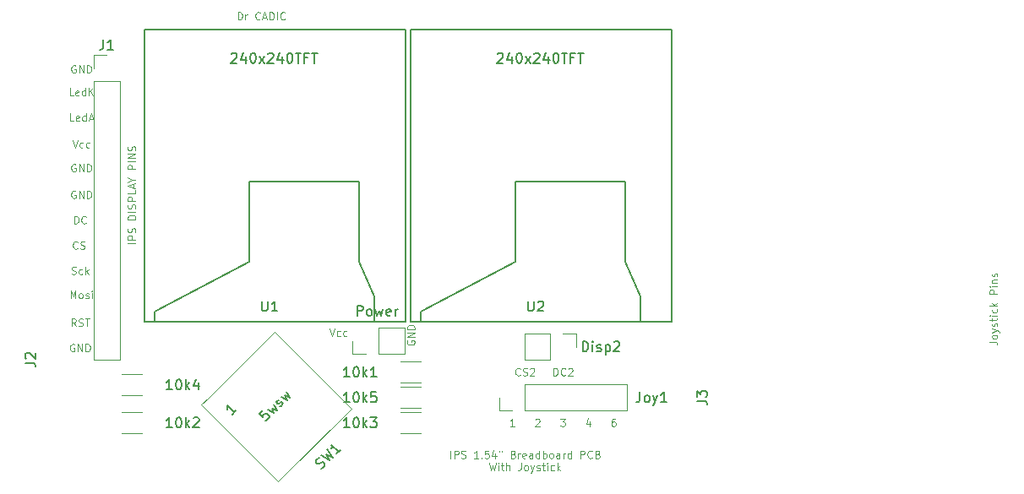
<source format=gbr>
G04 #@! TF.FileFunction,Legend,Top*
%FSLAX46Y46*%
G04 Gerber Fmt 4.6, Leading zero omitted, Abs format (unit mm)*
G04 Created by KiCad (PCBNEW 4.0.7) date 04/18/19 14:14:10*
%MOMM*%
%LPD*%
G01*
G04 APERTURE LIST*
%ADD10C,0.100000*%
%ADD11C,0.120000*%
%ADD12C,0.150000*%
G04 APERTURE END LIST*
D10*
X156997857Y-138697857D02*
X156962143Y-138733571D01*
X156855000Y-138769286D01*
X156783571Y-138769286D01*
X156676428Y-138733571D01*
X156605000Y-138662143D01*
X156569285Y-138590714D01*
X156533571Y-138447857D01*
X156533571Y-138340714D01*
X156569285Y-138197857D01*
X156605000Y-138126429D01*
X156676428Y-138055000D01*
X156783571Y-138019286D01*
X156855000Y-138019286D01*
X156962143Y-138055000D01*
X156997857Y-138090714D01*
X157283571Y-138733571D02*
X157390714Y-138769286D01*
X157569285Y-138769286D01*
X157640714Y-138733571D01*
X157676428Y-138697857D01*
X157712143Y-138626429D01*
X157712143Y-138555000D01*
X157676428Y-138483571D01*
X157640714Y-138447857D01*
X157569285Y-138412143D01*
X157426428Y-138376429D01*
X157355000Y-138340714D01*
X157319285Y-138305000D01*
X157283571Y-138233571D01*
X157283571Y-138162143D01*
X157319285Y-138090714D01*
X157355000Y-138055000D01*
X157426428Y-138019286D01*
X157605000Y-138019286D01*
X157712143Y-138055000D01*
X157997857Y-138090714D02*
X158033571Y-138055000D01*
X158105000Y-138019286D01*
X158283571Y-138019286D01*
X158355000Y-138055000D01*
X158390714Y-138090714D01*
X158426429Y-138162143D01*
X158426429Y-138233571D01*
X158390714Y-138340714D01*
X157962143Y-138769286D01*
X158426429Y-138769286D01*
X160361428Y-138769286D02*
X160361428Y-138019286D01*
X160540000Y-138019286D01*
X160647143Y-138055000D01*
X160718571Y-138126429D01*
X160754286Y-138197857D01*
X160790000Y-138340714D01*
X160790000Y-138447857D01*
X160754286Y-138590714D01*
X160718571Y-138662143D01*
X160647143Y-138733571D01*
X160540000Y-138769286D01*
X160361428Y-138769286D01*
X161540000Y-138697857D02*
X161504286Y-138733571D01*
X161397143Y-138769286D01*
X161325714Y-138769286D01*
X161218571Y-138733571D01*
X161147143Y-138662143D01*
X161111428Y-138590714D01*
X161075714Y-138447857D01*
X161075714Y-138340714D01*
X161111428Y-138197857D01*
X161147143Y-138126429D01*
X161218571Y-138055000D01*
X161325714Y-138019286D01*
X161397143Y-138019286D01*
X161504286Y-138055000D01*
X161540000Y-138090714D01*
X161825714Y-138090714D02*
X161861428Y-138055000D01*
X161932857Y-138019286D01*
X162111428Y-138019286D01*
X162182857Y-138055000D01*
X162218571Y-138090714D01*
X162254286Y-138162143D01*
X162254286Y-138233571D01*
X162218571Y-138340714D01*
X161790000Y-138769286D01*
X162254286Y-138769286D01*
X145725800Y-135267628D02*
X145690086Y-135339057D01*
X145690086Y-135446200D01*
X145725800Y-135553343D01*
X145797229Y-135624771D01*
X145868657Y-135660486D01*
X146011514Y-135696200D01*
X146118657Y-135696200D01*
X146261514Y-135660486D01*
X146332943Y-135624771D01*
X146404371Y-135553343D01*
X146440086Y-135446200D01*
X146440086Y-135374771D01*
X146404371Y-135267628D01*
X146368657Y-135231914D01*
X146118657Y-135231914D01*
X146118657Y-135374771D01*
X146440086Y-134910486D02*
X145690086Y-134910486D01*
X146440086Y-134481914D01*
X145690086Y-134481914D01*
X146440086Y-134124772D02*
X145690086Y-134124772D01*
X145690086Y-133946200D01*
X145725800Y-133839057D01*
X145797229Y-133767629D01*
X145868657Y-133731914D01*
X146011514Y-133696200D01*
X146118657Y-133696200D01*
X146261514Y-133731914D01*
X146332943Y-133767629D01*
X146404371Y-133839057D01*
X146440086Y-133946200D01*
X146440086Y-134124772D01*
X137918144Y-134056886D02*
X138168144Y-134806886D01*
X138418144Y-134056886D01*
X138989572Y-134771171D02*
X138918143Y-134806886D01*
X138775286Y-134806886D01*
X138703858Y-134771171D01*
X138668143Y-134735457D01*
X138632429Y-134664029D01*
X138632429Y-134449743D01*
X138668143Y-134378314D01*
X138703858Y-134342600D01*
X138775286Y-134306886D01*
X138918143Y-134306886D01*
X138989572Y-134342600D01*
X139632429Y-134771171D02*
X139561000Y-134806886D01*
X139418143Y-134806886D01*
X139346715Y-134771171D01*
X139311000Y-134735457D01*
X139275286Y-134664029D01*
X139275286Y-134449743D01*
X139311000Y-134378314D01*
X139346715Y-134342600D01*
X139418143Y-134306886D01*
X139561000Y-134306886D01*
X139632429Y-134342600D01*
X166512857Y-143099286D02*
X166370000Y-143099286D01*
X166298571Y-143135000D01*
X166262857Y-143170714D01*
X166191428Y-143277857D01*
X166155714Y-143420714D01*
X166155714Y-143706429D01*
X166191428Y-143777857D01*
X166227143Y-143813571D01*
X166298571Y-143849286D01*
X166441428Y-143849286D01*
X166512857Y-143813571D01*
X166548571Y-143777857D01*
X166584286Y-143706429D01*
X166584286Y-143527857D01*
X166548571Y-143456429D01*
X166512857Y-143420714D01*
X166441428Y-143385000D01*
X166298571Y-143385000D01*
X166227143Y-143420714D01*
X166191428Y-143456429D01*
X166155714Y-143527857D01*
X163972857Y-143349286D02*
X163972857Y-143849286D01*
X163794286Y-143063571D02*
X163615714Y-143599286D01*
X164080000Y-143599286D01*
X161040000Y-143099286D02*
X161504286Y-143099286D01*
X161254286Y-143385000D01*
X161361428Y-143385000D01*
X161432857Y-143420714D01*
X161468571Y-143456429D01*
X161504286Y-143527857D01*
X161504286Y-143706429D01*
X161468571Y-143777857D01*
X161432857Y-143813571D01*
X161361428Y-143849286D01*
X161147143Y-143849286D01*
X161075714Y-143813571D01*
X161040000Y-143777857D01*
X158535714Y-143170714D02*
X158571428Y-143135000D01*
X158642857Y-143099286D01*
X158821428Y-143099286D01*
X158892857Y-143135000D01*
X158928571Y-143170714D01*
X158964286Y-143242143D01*
X158964286Y-143313571D01*
X158928571Y-143420714D01*
X158500000Y-143849286D01*
X158964286Y-143849286D01*
X156424286Y-143849286D02*
X155995714Y-143849286D01*
X156210000Y-143849286D02*
X156210000Y-143099286D01*
X156138571Y-143206429D01*
X156067143Y-143277857D01*
X155995714Y-143313571D01*
X204059286Y-135401429D02*
X204595000Y-135401429D01*
X204702143Y-135437143D01*
X204773571Y-135508572D01*
X204809286Y-135615715D01*
X204809286Y-135687143D01*
X204809286Y-134937143D02*
X204773571Y-135008571D01*
X204737857Y-135044286D01*
X204666429Y-135080000D01*
X204452143Y-135080000D01*
X204380714Y-135044286D01*
X204345000Y-135008571D01*
X204309286Y-134937143D01*
X204309286Y-134830000D01*
X204345000Y-134758571D01*
X204380714Y-134722857D01*
X204452143Y-134687143D01*
X204666429Y-134687143D01*
X204737857Y-134722857D01*
X204773571Y-134758571D01*
X204809286Y-134830000D01*
X204809286Y-134937143D01*
X204309286Y-134437143D02*
X204809286Y-134258572D01*
X204309286Y-134080000D02*
X204809286Y-134258572D01*
X204987857Y-134330000D01*
X205023571Y-134365715D01*
X205059286Y-134437143D01*
X204773571Y-133830000D02*
X204809286Y-133758571D01*
X204809286Y-133615714D01*
X204773571Y-133544286D01*
X204702143Y-133508571D01*
X204666429Y-133508571D01*
X204595000Y-133544286D01*
X204559286Y-133615714D01*
X204559286Y-133722857D01*
X204523571Y-133794286D01*
X204452143Y-133830000D01*
X204416429Y-133830000D01*
X204345000Y-133794286D01*
X204309286Y-133722857D01*
X204309286Y-133615714D01*
X204345000Y-133544286D01*
X204309286Y-133294285D02*
X204309286Y-133008571D01*
X204059286Y-133187143D02*
X204702143Y-133187143D01*
X204773571Y-133151428D01*
X204809286Y-133080000D01*
X204809286Y-133008571D01*
X204809286Y-132758572D02*
X204309286Y-132758572D01*
X204059286Y-132758572D02*
X204095000Y-132794286D01*
X204130714Y-132758572D01*
X204095000Y-132722857D01*
X204059286Y-132758572D01*
X204130714Y-132758572D01*
X204773571Y-132080000D02*
X204809286Y-132151429D01*
X204809286Y-132294286D01*
X204773571Y-132365714D01*
X204737857Y-132401429D01*
X204666429Y-132437143D01*
X204452143Y-132437143D01*
X204380714Y-132401429D01*
X204345000Y-132365714D01*
X204309286Y-132294286D01*
X204309286Y-132151429D01*
X204345000Y-132080000D01*
X204809286Y-131758572D02*
X204059286Y-131758572D01*
X204523571Y-131687143D02*
X204809286Y-131472857D01*
X204309286Y-131472857D02*
X204595000Y-131758572D01*
X204809286Y-130580000D02*
X204059286Y-130580000D01*
X204059286Y-130294285D01*
X204095000Y-130222857D01*
X204130714Y-130187142D01*
X204202143Y-130151428D01*
X204309286Y-130151428D01*
X204380714Y-130187142D01*
X204416429Y-130222857D01*
X204452143Y-130294285D01*
X204452143Y-130580000D01*
X204809286Y-129830000D02*
X204309286Y-129830000D01*
X204059286Y-129830000D02*
X204095000Y-129865714D01*
X204130714Y-129830000D01*
X204095000Y-129794285D01*
X204059286Y-129830000D01*
X204130714Y-129830000D01*
X204309286Y-129472857D02*
X204809286Y-129472857D01*
X204380714Y-129472857D02*
X204345000Y-129437142D01*
X204309286Y-129365714D01*
X204309286Y-129258571D01*
X204345000Y-129187142D01*
X204416429Y-129151428D01*
X204809286Y-129151428D01*
X204773571Y-128830000D02*
X204809286Y-128758571D01*
X204809286Y-128615714D01*
X204773571Y-128544286D01*
X204702143Y-128508571D01*
X204666429Y-128508571D01*
X204595000Y-128544286D01*
X204559286Y-128615714D01*
X204559286Y-128722857D01*
X204523571Y-128794286D01*
X204452143Y-128830000D01*
X204416429Y-128830000D01*
X204345000Y-128794286D01*
X204309286Y-128722857D01*
X204309286Y-128615714D01*
X204345000Y-128544286D01*
X118449286Y-125489287D02*
X117699286Y-125489287D01*
X118449286Y-125132144D02*
X117699286Y-125132144D01*
X117699286Y-124846429D01*
X117735000Y-124775001D01*
X117770714Y-124739286D01*
X117842143Y-124703572D01*
X117949286Y-124703572D01*
X118020714Y-124739286D01*
X118056429Y-124775001D01*
X118092143Y-124846429D01*
X118092143Y-125132144D01*
X118413571Y-124417858D02*
X118449286Y-124310715D01*
X118449286Y-124132144D01*
X118413571Y-124060715D01*
X118377857Y-124025001D01*
X118306429Y-123989286D01*
X118235000Y-123989286D01*
X118163571Y-124025001D01*
X118127857Y-124060715D01*
X118092143Y-124132144D01*
X118056429Y-124275001D01*
X118020714Y-124346429D01*
X117985000Y-124382144D01*
X117913571Y-124417858D01*
X117842143Y-124417858D01*
X117770714Y-124382144D01*
X117735000Y-124346429D01*
X117699286Y-124275001D01*
X117699286Y-124096429D01*
X117735000Y-123989286D01*
X118449286Y-123096429D02*
X117699286Y-123096429D01*
X117699286Y-122917857D01*
X117735000Y-122810714D01*
X117806429Y-122739286D01*
X117877857Y-122703571D01*
X118020714Y-122667857D01*
X118127857Y-122667857D01*
X118270714Y-122703571D01*
X118342143Y-122739286D01*
X118413571Y-122810714D01*
X118449286Y-122917857D01*
X118449286Y-123096429D01*
X118449286Y-122346429D02*
X117699286Y-122346429D01*
X118413571Y-122025000D02*
X118449286Y-121917857D01*
X118449286Y-121739286D01*
X118413571Y-121667857D01*
X118377857Y-121632143D01*
X118306429Y-121596428D01*
X118235000Y-121596428D01*
X118163571Y-121632143D01*
X118127857Y-121667857D01*
X118092143Y-121739286D01*
X118056429Y-121882143D01*
X118020714Y-121953571D01*
X117985000Y-121989286D01*
X117913571Y-122025000D01*
X117842143Y-122025000D01*
X117770714Y-121989286D01*
X117735000Y-121953571D01*
X117699286Y-121882143D01*
X117699286Y-121703571D01*
X117735000Y-121596428D01*
X118449286Y-121275000D02*
X117699286Y-121275000D01*
X117699286Y-120989285D01*
X117735000Y-120917857D01*
X117770714Y-120882142D01*
X117842143Y-120846428D01*
X117949286Y-120846428D01*
X118020714Y-120882142D01*
X118056429Y-120917857D01*
X118092143Y-120989285D01*
X118092143Y-121275000D01*
X118449286Y-120167857D02*
X118449286Y-120525000D01*
X117699286Y-120525000D01*
X118235000Y-119953571D02*
X118235000Y-119596428D01*
X118449286Y-120024999D02*
X117699286Y-119774999D01*
X118449286Y-119524999D01*
X118092143Y-119132142D02*
X118449286Y-119132142D01*
X117699286Y-119382142D02*
X118092143Y-119132142D01*
X117699286Y-118882142D01*
X118449286Y-118060714D02*
X117699286Y-118060714D01*
X117699286Y-117774999D01*
X117735000Y-117703571D01*
X117770714Y-117667856D01*
X117842143Y-117632142D01*
X117949286Y-117632142D01*
X118020714Y-117667856D01*
X118056429Y-117703571D01*
X118092143Y-117774999D01*
X118092143Y-118060714D01*
X118449286Y-117310714D02*
X117699286Y-117310714D01*
X118449286Y-116953571D02*
X117699286Y-116953571D01*
X118449286Y-116524999D01*
X117699286Y-116524999D01*
X118413571Y-116203571D02*
X118449286Y-116096428D01*
X118449286Y-115917857D01*
X118413571Y-115846428D01*
X118377857Y-115810714D01*
X118306429Y-115774999D01*
X118235000Y-115774999D01*
X118163571Y-115810714D01*
X118127857Y-115846428D01*
X118092143Y-115917857D01*
X118056429Y-116060714D01*
X118020714Y-116132142D01*
X117985000Y-116167857D01*
X117913571Y-116203571D01*
X117842143Y-116203571D01*
X117770714Y-116167857D01*
X117735000Y-116132142D01*
X117699286Y-116060714D01*
X117699286Y-115882142D01*
X117735000Y-115774999D01*
X112331571Y-123529286D02*
X112331571Y-122779286D01*
X112510143Y-122779286D01*
X112617286Y-122815000D01*
X112688714Y-122886429D01*
X112724429Y-122957857D01*
X112760143Y-123100714D01*
X112760143Y-123207857D01*
X112724429Y-123350714D01*
X112688714Y-123422143D01*
X112617286Y-123493571D01*
X112510143Y-123529286D01*
X112331571Y-123529286D01*
X113510143Y-123457857D02*
X113474429Y-123493571D01*
X113367286Y-123529286D01*
X113295857Y-123529286D01*
X113188714Y-123493571D01*
X113117286Y-123422143D01*
X113081571Y-123350714D01*
X113045857Y-123207857D01*
X113045857Y-123100714D01*
X113081571Y-122957857D01*
X113117286Y-122886429D01*
X113188714Y-122815000D01*
X113295857Y-122779286D01*
X113367286Y-122779286D01*
X113474429Y-122815000D01*
X113510143Y-122850714D01*
X112651000Y-125997857D02*
X112615286Y-126033571D01*
X112508143Y-126069286D01*
X112436714Y-126069286D01*
X112329571Y-126033571D01*
X112258143Y-125962143D01*
X112222428Y-125890714D01*
X112186714Y-125747857D01*
X112186714Y-125640714D01*
X112222428Y-125497857D01*
X112258143Y-125426429D01*
X112329571Y-125355000D01*
X112436714Y-125319286D01*
X112508143Y-125319286D01*
X112615286Y-125355000D01*
X112651000Y-125390714D01*
X112936714Y-126033571D02*
X113043857Y-126069286D01*
X113222428Y-126069286D01*
X113293857Y-126033571D01*
X113329571Y-125997857D01*
X113365286Y-125926429D01*
X113365286Y-125855000D01*
X113329571Y-125783571D01*
X113293857Y-125747857D01*
X113222428Y-125712143D01*
X113079571Y-125676429D01*
X113008143Y-125640714D01*
X112972428Y-125605000D01*
X112936714Y-125533571D01*
X112936714Y-125462143D01*
X112972428Y-125390714D01*
X113008143Y-125355000D01*
X113079571Y-125319286D01*
X113258143Y-125319286D01*
X113365286Y-125355000D01*
X112331572Y-135642000D02*
X112260143Y-135606286D01*
X112153000Y-135606286D01*
X112045857Y-135642000D01*
X111974429Y-135713429D01*
X111938714Y-135784857D01*
X111903000Y-135927714D01*
X111903000Y-136034857D01*
X111938714Y-136177714D01*
X111974429Y-136249143D01*
X112045857Y-136320571D01*
X112153000Y-136356286D01*
X112224429Y-136356286D01*
X112331572Y-136320571D01*
X112367286Y-136284857D01*
X112367286Y-136034857D01*
X112224429Y-136034857D01*
X112688714Y-136356286D02*
X112688714Y-135606286D01*
X113117286Y-136356286D01*
X113117286Y-135606286D01*
X113474428Y-136356286D02*
X113474428Y-135606286D01*
X113653000Y-135606286D01*
X113760143Y-135642000D01*
X113831571Y-135713429D01*
X113867286Y-135784857D01*
X113903000Y-135927714D01*
X113903000Y-136034857D01*
X113867286Y-136177714D01*
X113831571Y-136249143D01*
X113760143Y-136320571D01*
X113653000Y-136356286D01*
X113474428Y-136356286D01*
X112137144Y-115159286D02*
X112387144Y-115909286D01*
X112637144Y-115159286D01*
X113208572Y-115873571D02*
X113137143Y-115909286D01*
X112994286Y-115909286D01*
X112922858Y-115873571D01*
X112887143Y-115837857D01*
X112851429Y-115766429D01*
X112851429Y-115552143D01*
X112887143Y-115480714D01*
X112922858Y-115445000D01*
X112994286Y-115409286D01*
X113137143Y-115409286D01*
X113208572Y-115445000D01*
X113851429Y-115873571D02*
X113780000Y-115909286D01*
X113637143Y-115909286D01*
X113565715Y-115873571D01*
X113530000Y-115837857D01*
X113494286Y-115766429D01*
X113494286Y-115552143D01*
X113530000Y-115480714D01*
X113565715Y-115445000D01*
X113637143Y-115409286D01*
X113780000Y-115409286D01*
X113851429Y-115445000D01*
X112280000Y-113242286D02*
X111922857Y-113242286D01*
X111922857Y-112492286D01*
X112815715Y-113206571D02*
X112744286Y-113242286D01*
X112601429Y-113242286D01*
X112530000Y-113206571D01*
X112494286Y-113135143D01*
X112494286Y-112849429D01*
X112530000Y-112778000D01*
X112601429Y-112742286D01*
X112744286Y-112742286D01*
X112815715Y-112778000D01*
X112851429Y-112849429D01*
X112851429Y-112920857D01*
X112494286Y-112992286D01*
X113494286Y-113242286D02*
X113494286Y-112492286D01*
X113494286Y-113206571D02*
X113422857Y-113242286D01*
X113280000Y-113242286D01*
X113208572Y-113206571D01*
X113172857Y-113170857D01*
X113137143Y-113099429D01*
X113137143Y-112885143D01*
X113172857Y-112813714D01*
X113208572Y-112778000D01*
X113280000Y-112742286D01*
X113422857Y-112742286D01*
X113494286Y-112778000D01*
X113815714Y-113028000D02*
X114172857Y-113028000D01*
X113744286Y-113242286D02*
X113994286Y-112492286D01*
X114244286Y-113242286D01*
X112226429Y-110702286D02*
X111869286Y-110702286D01*
X111869286Y-109952286D01*
X112762144Y-110666571D02*
X112690715Y-110702286D01*
X112547858Y-110702286D01*
X112476429Y-110666571D01*
X112440715Y-110595143D01*
X112440715Y-110309429D01*
X112476429Y-110238000D01*
X112547858Y-110202286D01*
X112690715Y-110202286D01*
X112762144Y-110238000D01*
X112797858Y-110309429D01*
X112797858Y-110380857D01*
X112440715Y-110452286D01*
X113440715Y-110702286D02*
X113440715Y-109952286D01*
X113440715Y-110666571D02*
X113369286Y-110702286D01*
X113226429Y-110702286D01*
X113155001Y-110666571D01*
X113119286Y-110630857D01*
X113083572Y-110559429D01*
X113083572Y-110345143D01*
X113119286Y-110273714D01*
X113155001Y-110238000D01*
X113226429Y-110202286D01*
X113369286Y-110202286D01*
X113440715Y-110238000D01*
X113797857Y-110702286D02*
X113797857Y-109952286D01*
X114226429Y-110702286D02*
X113905000Y-110273714D01*
X114226429Y-109952286D02*
X113797857Y-110380857D01*
X112458572Y-120275000D02*
X112387143Y-120239286D01*
X112280000Y-120239286D01*
X112172857Y-120275000D01*
X112101429Y-120346429D01*
X112065714Y-120417857D01*
X112030000Y-120560714D01*
X112030000Y-120667857D01*
X112065714Y-120810714D01*
X112101429Y-120882143D01*
X112172857Y-120953571D01*
X112280000Y-120989286D01*
X112351429Y-120989286D01*
X112458572Y-120953571D01*
X112494286Y-120917857D01*
X112494286Y-120667857D01*
X112351429Y-120667857D01*
X112815714Y-120989286D02*
X112815714Y-120239286D01*
X113244286Y-120989286D01*
X113244286Y-120239286D01*
X113601428Y-120989286D02*
X113601428Y-120239286D01*
X113780000Y-120239286D01*
X113887143Y-120275000D01*
X113958571Y-120346429D01*
X113994286Y-120417857D01*
X114030000Y-120560714D01*
X114030000Y-120667857D01*
X113994286Y-120810714D01*
X113958571Y-120882143D01*
X113887143Y-120953571D01*
X113780000Y-120989286D01*
X113601428Y-120989286D01*
X112458572Y-117608000D02*
X112387143Y-117572286D01*
X112280000Y-117572286D01*
X112172857Y-117608000D01*
X112101429Y-117679429D01*
X112065714Y-117750857D01*
X112030000Y-117893714D01*
X112030000Y-118000857D01*
X112065714Y-118143714D01*
X112101429Y-118215143D01*
X112172857Y-118286571D01*
X112280000Y-118322286D01*
X112351429Y-118322286D01*
X112458572Y-118286571D01*
X112494286Y-118250857D01*
X112494286Y-118000857D01*
X112351429Y-118000857D01*
X112815714Y-118322286D02*
X112815714Y-117572286D01*
X113244286Y-118322286D01*
X113244286Y-117572286D01*
X113601428Y-118322286D02*
X113601428Y-117572286D01*
X113780000Y-117572286D01*
X113887143Y-117608000D01*
X113958571Y-117679429D01*
X113994286Y-117750857D01*
X114030000Y-117893714D01*
X114030000Y-118000857D01*
X113994286Y-118143714D01*
X113958571Y-118215143D01*
X113887143Y-118286571D01*
X113780000Y-118322286D01*
X113601428Y-118322286D01*
X112063714Y-128573571D02*
X112170857Y-128609286D01*
X112349428Y-128609286D01*
X112420857Y-128573571D01*
X112456571Y-128537857D01*
X112492286Y-128466429D01*
X112492286Y-128395000D01*
X112456571Y-128323571D01*
X112420857Y-128287857D01*
X112349428Y-128252143D01*
X112206571Y-128216429D01*
X112135143Y-128180714D01*
X112099428Y-128145000D01*
X112063714Y-128073571D01*
X112063714Y-128002143D01*
X112099428Y-127930714D01*
X112135143Y-127895000D01*
X112206571Y-127859286D01*
X112385143Y-127859286D01*
X112492286Y-127895000D01*
X113135143Y-128573571D02*
X113063714Y-128609286D01*
X112920857Y-128609286D01*
X112849429Y-128573571D01*
X112813714Y-128537857D01*
X112778000Y-128466429D01*
X112778000Y-128252143D01*
X112813714Y-128180714D01*
X112849429Y-128145000D01*
X112920857Y-128109286D01*
X113063714Y-128109286D01*
X113135143Y-128145000D01*
X113456571Y-128609286D02*
X113456571Y-127859286D01*
X113528000Y-128323571D02*
X113742286Y-128609286D01*
X113742286Y-128109286D02*
X113456571Y-128395000D01*
X111958571Y-131022286D02*
X111958571Y-130272286D01*
X112208571Y-130808000D01*
X112458571Y-130272286D01*
X112458571Y-131022286D01*
X112922857Y-131022286D02*
X112851429Y-130986571D01*
X112815714Y-130950857D01*
X112780000Y-130879429D01*
X112780000Y-130665143D01*
X112815714Y-130593714D01*
X112851429Y-130558000D01*
X112922857Y-130522286D01*
X113030000Y-130522286D01*
X113101429Y-130558000D01*
X113137143Y-130593714D01*
X113172857Y-130665143D01*
X113172857Y-130879429D01*
X113137143Y-130950857D01*
X113101429Y-130986571D01*
X113030000Y-131022286D01*
X112922857Y-131022286D01*
X113458571Y-130986571D02*
X113530000Y-131022286D01*
X113672857Y-131022286D01*
X113744285Y-130986571D01*
X113780000Y-130915143D01*
X113780000Y-130879429D01*
X113744285Y-130808000D01*
X113672857Y-130772286D01*
X113565714Y-130772286D01*
X113494285Y-130736571D01*
X113458571Y-130665143D01*
X113458571Y-130629429D01*
X113494285Y-130558000D01*
X113565714Y-130522286D01*
X113672857Y-130522286D01*
X113744285Y-130558000D01*
X114101428Y-131022286D02*
X114101428Y-130522286D01*
X114101428Y-130272286D02*
X114065714Y-130308000D01*
X114101428Y-130343714D01*
X114137143Y-130308000D01*
X114101428Y-130272286D01*
X114101428Y-130343714D01*
X112492286Y-133816286D02*
X112242286Y-133459143D01*
X112063714Y-133816286D02*
X112063714Y-133066286D01*
X112349429Y-133066286D01*
X112420857Y-133102000D01*
X112456572Y-133137714D01*
X112492286Y-133209143D01*
X112492286Y-133316286D01*
X112456572Y-133387714D01*
X112420857Y-133423429D01*
X112349429Y-133459143D01*
X112063714Y-133459143D01*
X112778000Y-133780571D02*
X112885143Y-133816286D01*
X113063714Y-133816286D01*
X113135143Y-133780571D01*
X113170857Y-133744857D01*
X113206572Y-133673429D01*
X113206572Y-133602000D01*
X113170857Y-133530571D01*
X113135143Y-133494857D01*
X113063714Y-133459143D01*
X112920857Y-133423429D01*
X112849429Y-133387714D01*
X112813714Y-133352000D01*
X112778000Y-133280571D01*
X112778000Y-133209143D01*
X112813714Y-133137714D01*
X112849429Y-133102000D01*
X112920857Y-133066286D01*
X113099429Y-133066286D01*
X113206572Y-133102000D01*
X113420858Y-133066286D02*
X113849429Y-133066286D01*
X113635143Y-133816286D02*
X113635143Y-133066286D01*
X112458572Y-107702000D02*
X112387143Y-107666286D01*
X112280000Y-107666286D01*
X112172857Y-107702000D01*
X112101429Y-107773429D01*
X112065714Y-107844857D01*
X112030000Y-107987714D01*
X112030000Y-108094857D01*
X112065714Y-108237714D01*
X112101429Y-108309143D01*
X112172857Y-108380571D01*
X112280000Y-108416286D01*
X112351429Y-108416286D01*
X112458572Y-108380571D01*
X112494286Y-108344857D01*
X112494286Y-108094857D01*
X112351429Y-108094857D01*
X112815714Y-108416286D02*
X112815714Y-107666286D01*
X113244286Y-108416286D01*
X113244286Y-107666286D01*
X113601428Y-108416286D02*
X113601428Y-107666286D01*
X113780000Y-107666286D01*
X113887143Y-107702000D01*
X113958571Y-107773429D01*
X113994286Y-107844857D01*
X114030000Y-107987714D01*
X114030000Y-108094857D01*
X113994286Y-108237714D01*
X113958571Y-108309143D01*
X113887143Y-108380571D01*
X113780000Y-108416286D01*
X113601428Y-108416286D01*
X150033571Y-147046786D02*
X150033571Y-146296786D01*
X150390714Y-147046786D02*
X150390714Y-146296786D01*
X150676429Y-146296786D01*
X150747857Y-146332500D01*
X150783572Y-146368214D01*
X150819286Y-146439643D01*
X150819286Y-146546786D01*
X150783572Y-146618214D01*
X150747857Y-146653929D01*
X150676429Y-146689643D01*
X150390714Y-146689643D01*
X151105000Y-147011071D02*
X151212143Y-147046786D01*
X151390714Y-147046786D01*
X151462143Y-147011071D01*
X151497857Y-146975357D01*
X151533572Y-146903929D01*
X151533572Y-146832500D01*
X151497857Y-146761071D01*
X151462143Y-146725357D01*
X151390714Y-146689643D01*
X151247857Y-146653929D01*
X151176429Y-146618214D01*
X151140714Y-146582500D01*
X151105000Y-146511071D01*
X151105000Y-146439643D01*
X151140714Y-146368214D01*
X151176429Y-146332500D01*
X151247857Y-146296786D01*
X151426429Y-146296786D01*
X151533572Y-146332500D01*
X152819287Y-147046786D02*
X152390715Y-147046786D01*
X152605001Y-147046786D02*
X152605001Y-146296786D01*
X152533572Y-146403929D01*
X152462144Y-146475357D01*
X152390715Y-146511071D01*
X153140715Y-146975357D02*
X153176430Y-147011071D01*
X153140715Y-147046786D01*
X153105001Y-147011071D01*
X153140715Y-146975357D01*
X153140715Y-147046786D01*
X153855001Y-146296786D02*
X153497858Y-146296786D01*
X153462144Y-146653929D01*
X153497858Y-146618214D01*
X153569287Y-146582500D01*
X153747858Y-146582500D01*
X153819287Y-146618214D01*
X153855001Y-146653929D01*
X153890716Y-146725357D01*
X153890716Y-146903929D01*
X153855001Y-146975357D01*
X153819287Y-147011071D01*
X153747858Y-147046786D01*
X153569287Y-147046786D01*
X153497858Y-147011071D01*
X153462144Y-146975357D01*
X154533573Y-146546786D02*
X154533573Y-147046786D01*
X154355002Y-146261071D02*
X154176430Y-146796786D01*
X154640716Y-146796786D01*
X154890716Y-146296786D02*
X154890716Y-146439643D01*
X155176430Y-146296786D02*
X155176430Y-146439643D01*
X156319288Y-146653929D02*
X156426431Y-146689643D01*
X156462146Y-146725357D01*
X156497860Y-146796786D01*
X156497860Y-146903929D01*
X156462146Y-146975357D01*
X156426431Y-147011071D01*
X156355003Y-147046786D01*
X156069288Y-147046786D01*
X156069288Y-146296786D01*
X156319288Y-146296786D01*
X156390717Y-146332500D01*
X156426431Y-146368214D01*
X156462146Y-146439643D01*
X156462146Y-146511071D01*
X156426431Y-146582500D01*
X156390717Y-146618214D01*
X156319288Y-146653929D01*
X156069288Y-146653929D01*
X156819288Y-147046786D02*
X156819288Y-146546786D01*
X156819288Y-146689643D02*
X156855003Y-146618214D01*
X156890717Y-146582500D01*
X156962146Y-146546786D01*
X157033574Y-146546786D01*
X157569289Y-147011071D02*
X157497860Y-147046786D01*
X157355003Y-147046786D01*
X157283574Y-147011071D01*
X157247860Y-146939643D01*
X157247860Y-146653929D01*
X157283574Y-146582500D01*
X157355003Y-146546786D01*
X157497860Y-146546786D01*
X157569289Y-146582500D01*
X157605003Y-146653929D01*
X157605003Y-146725357D01*
X157247860Y-146796786D01*
X158247860Y-147046786D02*
X158247860Y-146653929D01*
X158212146Y-146582500D01*
X158140717Y-146546786D01*
X157997860Y-146546786D01*
X157926431Y-146582500D01*
X158247860Y-147011071D02*
X158176431Y-147046786D01*
X157997860Y-147046786D01*
X157926431Y-147011071D01*
X157890717Y-146939643D01*
X157890717Y-146868214D01*
X157926431Y-146796786D01*
X157997860Y-146761071D01*
X158176431Y-146761071D01*
X158247860Y-146725357D01*
X158926431Y-147046786D02*
X158926431Y-146296786D01*
X158926431Y-147011071D02*
X158855002Y-147046786D01*
X158712145Y-147046786D01*
X158640717Y-147011071D01*
X158605002Y-146975357D01*
X158569288Y-146903929D01*
X158569288Y-146689643D01*
X158605002Y-146618214D01*
X158640717Y-146582500D01*
X158712145Y-146546786D01*
X158855002Y-146546786D01*
X158926431Y-146582500D01*
X159283573Y-147046786D02*
X159283573Y-146296786D01*
X159283573Y-146582500D02*
X159355002Y-146546786D01*
X159497859Y-146546786D01*
X159569288Y-146582500D01*
X159605002Y-146618214D01*
X159640716Y-146689643D01*
X159640716Y-146903929D01*
X159605002Y-146975357D01*
X159569288Y-147011071D01*
X159497859Y-147046786D01*
X159355002Y-147046786D01*
X159283573Y-147011071D01*
X160069287Y-147046786D02*
X159997859Y-147011071D01*
X159962144Y-146975357D01*
X159926430Y-146903929D01*
X159926430Y-146689643D01*
X159962144Y-146618214D01*
X159997859Y-146582500D01*
X160069287Y-146546786D01*
X160176430Y-146546786D01*
X160247859Y-146582500D01*
X160283573Y-146618214D01*
X160319287Y-146689643D01*
X160319287Y-146903929D01*
X160283573Y-146975357D01*
X160247859Y-147011071D01*
X160176430Y-147046786D01*
X160069287Y-147046786D01*
X160962144Y-147046786D02*
X160962144Y-146653929D01*
X160926430Y-146582500D01*
X160855001Y-146546786D01*
X160712144Y-146546786D01*
X160640715Y-146582500D01*
X160962144Y-147011071D02*
X160890715Y-147046786D01*
X160712144Y-147046786D01*
X160640715Y-147011071D01*
X160605001Y-146939643D01*
X160605001Y-146868214D01*
X160640715Y-146796786D01*
X160712144Y-146761071D01*
X160890715Y-146761071D01*
X160962144Y-146725357D01*
X161319286Y-147046786D02*
X161319286Y-146546786D01*
X161319286Y-146689643D02*
X161355001Y-146618214D01*
X161390715Y-146582500D01*
X161462144Y-146546786D01*
X161533572Y-146546786D01*
X162105001Y-147046786D02*
X162105001Y-146296786D01*
X162105001Y-147011071D02*
X162033572Y-147046786D01*
X161890715Y-147046786D01*
X161819287Y-147011071D01*
X161783572Y-146975357D01*
X161747858Y-146903929D01*
X161747858Y-146689643D01*
X161783572Y-146618214D01*
X161819287Y-146582500D01*
X161890715Y-146546786D01*
X162033572Y-146546786D01*
X162105001Y-146582500D01*
X163033572Y-147046786D02*
X163033572Y-146296786D01*
X163319287Y-146296786D01*
X163390715Y-146332500D01*
X163426430Y-146368214D01*
X163462144Y-146439643D01*
X163462144Y-146546786D01*
X163426430Y-146618214D01*
X163390715Y-146653929D01*
X163319287Y-146689643D01*
X163033572Y-146689643D01*
X164212144Y-146975357D02*
X164176430Y-147011071D01*
X164069287Y-147046786D01*
X163997858Y-147046786D01*
X163890715Y-147011071D01*
X163819287Y-146939643D01*
X163783572Y-146868214D01*
X163747858Y-146725357D01*
X163747858Y-146618214D01*
X163783572Y-146475357D01*
X163819287Y-146403929D01*
X163890715Y-146332500D01*
X163997858Y-146296786D01*
X164069287Y-146296786D01*
X164176430Y-146332500D01*
X164212144Y-146368214D01*
X164783572Y-146653929D02*
X164890715Y-146689643D01*
X164926430Y-146725357D01*
X164962144Y-146796786D01*
X164962144Y-146903929D01*
X164926430Y-146975357D01*
X164890715Y-147011071D01*
X164819287Y-147046786D01*
X164533572Y-147046786D01*
X164533572Y-146296786D01*
X164783572Y-146296786D01*
X164855001Y-146332500D01*
X164890715Y-146368214D01*
X164926430Y-146439643D01*
X164926430Y-146511071D01*
X164890715Y-146582500D01*
X164855001Y-146618214D01*
X164783572Y-146653929D01*
X164533572Y-146653929D01*
X153908572Y-147521786D02*
X154087143Y-148271786D01*
X154230000Y-147736071D01*
X154372858Y-148271786D01*
X154551429Y-147521786D01*
X154837143Y-148271786D02*
X154837143Y-147771786D01*
X154837143Y-147521786D02*
X154801429Y-147557500D01*
X154837143Y-147593214D01*
X154872858Y-147557500D01*
X154837143Y-147521786D01*
X154837143Y-147593214D01*
X155087144Y-147771786D02*
X155372858Y-147771786D01*
X155194286Y-147521786D02*
X155194286Y-148164643D01*
X155230001Y-148236071D01*
X155301429Y-148271786D01*
X155372858Y-148271786D01*
X155622857Y-148271786D02*
X155622857Y-147521786D01*
X155944286Y-148271786D02*
X155944286Y-147878929D01*
X155908572Y-147807500D01*
X155837143Y-147771786D01*
X155730000Y-147771786D01*
X155658572Y-147807500D01*
X155622857Y-147843214D01*
X157087143Y-147521786D02*
X157087143Y-148057500D01*
X157051429Y-148164643D01*
X156980000Y-148236071D01*
X156872857Y-148271786D01*
X156801429Y-148271786D01*
X157551429Y-148271786D02*
X157480001Y-148236071D01*
X157444286Y-148200357D01*
X157408572Y-148128929D01*
X157408572Y-147914643D01*
X157444286Y-147843214D01*
X157480001Y-147807500D01*
X157551429Y-147771786D01*
X157658572Y-147771786D01*
X157730001Y-147807500D01*
X157765715Y-147843214D01*
X157801429Y-147914643D01*
X157801429Y-148128929D01*
X157765715Y-148200357D01*
X157730001Y-148236071D01*
X157658572Y-148271786D01*
X157551429Y-148271786D01*
X158051429Y-147771786D02*
X158230000Y-148271786D01*
X158408572Y-147771786D02*
X158230000Y-148271786D01*
X158158572Y-148450357D01*
X158122857Y-148486071D01*
X158051429Y-148521786D01*
X158658572Y-148236071D02*
X158730001Y-148271786D01*
X158872858Y-148271786D01*
X158944286Y-148236071D01*
X158980001Y-148164643D01*
X158980001Y-148128929D01*
X158944286Y-148057500D01*
X158872858Y-148021786D01*
X158765715Y-148021786D01*
X158694286Y-147986071D01*
X158658572Y-147914643D01*
X158658572Y-147878929D01*
X158694286Y-147807500D01*
X158765715Y-147771786D01*
X158872858Y-147771786D01*
X158944286Y-147807500D01*
X159194287Y-147771786D02*
X159480001Y-147771786D01*
X159301429Y-147521786D02*
X159301429Y-148164643D01*
X159337144Y-148236071D01*
X159408572Y-148271786D01*
X159480001Y-148271786D01*
X159730000Y-148271786D02*
X159730000Y-147771786D01*
X159730000Y-147521786D02*
X159694286Y-147557500D01*
X159730000Y-147593214D01*
X159765715Y-147557500D01*
X159730000Y-147521786D01*
X159730000Y-147593214D01*
X160408572Y-148236071D02*
X160337143Y-148271786D01*
X160194286Y-148271786D01*
X160122858Y-148236071D01*
X160087143Y-148200357D01*
X160051429Y-148128929D01*
X160051429Y-147914643D01*
X160087143Y-147843214D01*
X160122858Y-147807500D01*
X160194286Y-147771786D01*
X160337143Y-147771786D01*
X160408572Y-147807500D01*
X160730000Y-148271786D02*
X160730000Y-147521786D01*
X160801429Y-147986071D02*
X161015715Y-148271786D01*
X161015715Y-147771786D02*
X160730000Y-148057500D01*
X128724714Y-103082286D02*
X128724714Y-102332286D01*
X128903286Y-102332286D01*
X129010429Y-102368000D01*
X129081857Y-102439429D01*
X129117572Y-102510857D01*
X129153286Y-102653714D01*
X129153286Y-102760857D01*
X129117572Y-102903714D01*
X129081857Y-102975143D01*
X129010429Y-103046571D01*
X128903286Y-103082286D01*
X128724714Y-103082286D01*
X129474714Y-103082286D02*
X129474714Y-102582286D01*
X129474714Y-102725143D02*
X129510429Y-102653714D01*
X129546143Y-102618000D01*
X129617572Y-102582286D01*
X129689000Y-102582286D01*
X130939001Y-103010857D02*
X130903287Y-103046571D01*
X130796144Y-103082286D01*
X130724715Y-103082286D01*
X130617572Y-103046571D01*
X130546144Y-102975143D01*
X130510429Y-102903714D01*
X130474715Y-102760857D01*
X130474715Y-102653714D01*
X130510429Y-102510857D01*
X130546144Y-102439429D01*
X130617572Y-102368000D01*
X130724715Y-102332286D01*
X130796144Y-102332286D01*
X130903287Y-102368000D01*
X130939001Y-102403714D01*
X131224715Y-102868000D02*
X131581858Y-102868000D01*
X131153287Y-103082286D02*
X131403287Y-102332286D01*
X131653287Y-103082286D01*
X131903286Y-103082286D02*
X131903286Y-102332286D01*
X132081858Y-102332286D01*
X132189001Y-102368000D01*
X132260429Y-102439429D01*
X132296144Y-102510857D01*
X132331858Y-102653714D01*
X132331858Y-102760857D01*
X132296144Y-102903714D01*
X132260429Y-102975143D01*
X132189001Y-103046571D01*
X132081858Y-103082286D01*
X131903286Y-103082286D01*
X132653286Y-103082286D02*
X132653286Y-102332286D01*
X133439001Y-103010857D02*
X133403287Y-103046571D01*
X133296144Y-103082286D01*
X133224715Y-103082286D01*
X133117572Y-103046571D01*
X133046144Y-102975143D01*
X133010429Y-102903714D01*
X132974715Y-102760857D01*
X132974715Y-102653714D01*
X133010429Y-102510857D01*
X133046144Y-102439429D01*
X133117572Y-102368000D01*
X133224715Y-102332286D01*
X133296144Y-102332286D01*
X133403287Y-102368000D01*
X133439001Y-102403714D01*
D11*
X147050000Y-142040000D02*
X145050000Y-142040000D01*
X145050000Y-139900000D02*
X147050000Y-139900000D01*
X119110000Y-144580000D02*
X117110000Y-144580000D01*
X117110000Y-142440000D02*
X119110000Y-142440000D01*
X147050000Y-144580000D02*
X145050000Y-144580000D01*
X145050000Y-142440000D02*
X147050000Y-142440000D01*
X119110000Y-140770000D02*
X117110000Y-140770000D01*
X117110000Y-138630000D02*
X119110000Y-138630000D01*
X145050000Y-137360000D02*
X147050000Y-137360000D01*
X147050000Y-139500000D02*
X145050000Y-139500000D01*
X114240000Y-109220000D02*
X114240000Y-137220000D01*
X114240000Y-137220000D02*
X116900000Y-137220000D01*
X116900000Y-137220000D02*
X116900000Y-109220000D01*
X116900000Y-109220000D02*
X114240000Y-109220000D01*
X114240000Y-107950000D02*
X114240000Y-106620000D01*
X114240000Y-106620000D02*
X115570000Y-106620000D01*
X157480000Y-142300000D02*
X167700000Y-142300000D01*
X167700000Y-142300000D02*
X167700000Y-139640000D01*
X167700000Y-139640000D02*
X157480000Y-139640000D01*
X157480000Y-139640000D02*
X157480000Y-142300000D01*
X156210000Y-142300000D02*
X154880000Y-142300000D01*
X154880000Y-142300000D02*
X154880000Y-140970000D01*
D10*
X125759771Y-140999771D02*
X132406575Y-134352967D01*
X132406575Y-134352967D02*
X140114039Y-142060431D01*
X140114039Y-142060431D02*
X132760128Y-149414342D01*
X132760128Y-149414342D02*
X125052664Y-141706878D01*
X125052664Y-141706878D02*
X125759771Y-140999771D01*
D12*
X120380000Y-132350000D02*
X120380000Y-133350000D01*
X142380000Y-132850000D02*
X142380000Y-133350000D01*
X142380000Y-132850000D02*
X142380000Y-130850000D01*
X142380000Y-130850000D02*
X140880000Y-127350000D01*
X140880000Y-127350000D02*
X140880000Y-119350000D01*
X140880000Y-119350000D02*
X129880000Y-119350000D01*
X129880000Y-119350000D02*
X129880000Y-127350000D01*
X129880000Y-127350000D02*
X120380000Y-132350000D01*
X119380000Y-133350000D02*
X119380000Y-104090000D01*
X119380000Y-104090000D02*
X145530000Y-104050000D01*
X145530000Y-104050000D02*
X145530000Y-133350000D01*
X145530000Y-133350000D02*
X119380000Y-133350000D01*
D11*
X142811500Y-136610400D02*
X145411500Y-136610400D01*
X145411500Y-136610400D02*
X145411500Y-133950400D01*
X145411500Y-133950400D02*
X142811500Y-133950400D01*
X142811500Y-133950400D02*
X142811500Y-136610400D01*
X141541500Y-136610400D02*
X140211500Y-136610400D01*
X140211500Y-136610400D02*
X140211500Y-135280400D01*
X160020000Y-134560000D02*
X157420000Y-134560000D01*
X157420000Y-134560000D02*
X157420000Y-137220000D01*
X157420000Y-137220000D02*
X160020000Y-137220000D01*
X160020000Y-137220000D02*
X160020000Y-134560000D01*
X161290000Y-134560000D02*
X162620000Y-134560000D01*
X162620000Y-134560000D02*
X162620000Y-135890000D01*
D12*
X147050000Y-132350000D02*
X147050000Y-133350000D01*
X169050000Y-132850000D02*
X169050000Y-133350000D01*
X169050000Y-132850000D02*
X169050000Y-130850000D01*
X169050000Y-130850000D02*
X167550000Y-127350000D01*
X167550000Y-127350000D02*
X167550000Y-119350000D01*
X167550000Y-119350000D02*
X156550000Y-119350000D01*
X156550000Y-119350000D02*
X156550000Y-127350000D01*
X156550000Y-127350000D02*
X147050000Y-132350000D01*
X146050000Y-133350000D02*
X146050000Y-104090000D01*
X146050000Y-104090000D02*
X172200000Y-104050000D01*
X172200000Y-104050000D02*
X172200000Y-133350000D01*
X172200000Y-133350000D02*
X146050000Y-133350000D01*
X139898572Y-138882381D02*
X139327143Y-138882381D01*
X139612857Y-138882381D02*
X139612857Y-137882381D01*
X139517619Y-138025238D01*
X139422381Y-138120476D01*
X139327143Y-138168095D01*
X140517619Y-137882381D02*
X140612858Y-137882381D01*
X140708096Y-137930000D01*
X140755715Y-137977619D01*
X140803334Y-138072857D01*
X140850953Y-138263333D01*
X140850953Y-138501429D01*
X140803334Y-138691905D01*
X140755715Y-138787143D01*
X140708096Y-138834762D01*
X140612858Y-138882381D01*
X140517619Y-138882381D01*
X140422381Y-138834762D01*
X140374762Y-138787143D01*
X140327143Y-138691905D01*
X140279524Y-138501429D01*
X140279524Y-138263333D01*
X140327143Y-138072857D01*
X140374762Y-137977619D01*
X140422381Y-137930000D01*
X140517619Y-137882381D01*
X141279524Y-138882381D02*
X141279524Y-137882381D01*
X141374762Y-138501429D02*
X141660477Y-138882381D01*
X141660477Y-138215714D02*
X141279524Y-138596667D01*
X142612858Y-138882381D02*
X142041429Y-138882381D01*
X142327143Y-138882381D02*
X142327143Y-137882381D01*
X142231905Y-138025238D01*
X142136667Y-138120476D01*
X142041429Y-138168095D01*
X122118572Y-143962381D02*
X121547143Y-143962381D01*
X121832857Y-143962381D02*
X121832857Y-142962381D01*
X121737619Y-143105238D01*
X121642381Y-143200476D01*
X121547143Y-143248095D01*
X122737619Y-142962381D02*
X122832858Y-142962381D01*
X122928096Y-143010000D01*
X122975715Y-143057619D01*
X123023334Y-143152857D01*
X123070953Y-143343333D01*
X123070953Y-143581429D01*
X123023334Y-143771905D01*
X122975715Y-143867143D01*
X122928096Y-143914762D01*
X122832858Y-143962381D01*
X122737619Y-143962381D01*
X122642381Y-143914762D01*
X122594762Y-143867143D01*
X122547143Y-143771905D01*
X122499524Y-143581429D01*
X122499524Y-143343333D01*
X122547143Y-143152857D01*
X122594762Y-143057619D01*
X122642381Y-143010000D01*
X122737619Y-142962381D01*
X123499524Y-143962381D02*
X123499524Y-142962381D01*
X123594762Y-143581429D02*
X123880477Y-143962381D01*
X123880477Y-143295714D02*
X123499524Y-143676667D01*
X124261429Y-143057619D02*
X124309048Y-143010000D01*
X124404286Y-142962381D01*
X124642382Y-142962381D01*
X124737620Y-143010000D01*
X124785239Y-143057619D01*
X124832858Y-143152857D01*
X124832858Y-143248095D01*
X124785239Y-143390952D01*
X124213810Y-143962381D01*
X124832858Y-143962381D01*
X139898572Y-143962381D02*
X139327143Y-143962381D01*
X139612857Y-143962381D02*
X139612857Y-142962381D01*
X139517619Y-143105238D01*
X139422381Y-143200476D01*
X139327143Y-143248095D01*
X140517619Y-142962381D02*
X140612858Y-142962381D01*
X140708096Y-143010000D01*
X140755715Y-143057619D01*
X140803334Y-143152857D01*
X140850953Y-143343333D01*
X140850953Y-143581429D01*
X140803334Y-143771905D01*
X140755715Y-143867143D01*
X140708096Y-143914762D01*
X140612858Y-143962381D01*
X140517619Y-143962381D01*
X140422381Y-143914762D01*
X140374762Y-143867143D01*
X140327143Y-143771905D01*
X140279524Y-143581429D01*
X140279524Y-143343333D01*
X140327143Y-143152857D01*
X140374762Y-143057619D01*
X140422381Y-143010000D01*
X140517619Y-142962381D01*
X141279524Y-143962381D02*
X141279524Y-142962381D01*
X141374762Y-143581429D02*
X141660477Y-143962381D01*
X141660477Y-143295714D02*
X141279524Y-143676667D01*
X141993810Y-142962381D02*
X142612858Y-142962381D01*
X142279524Y-143343333D01*
X142422382Y-143343333D01*
X142517620Y-143390952D01*
X142565239Y-143438571D01*
X142612858Y-143533810D01*
X142612858Y-143771905D01*
X142565239Y-143867143D01*
X142517620Y-143914762D01*
X142422382Y-143962381D01*
X142136667Y-143962381D01*
X142041429Y-143914762D01*
X141993810Y-143867143D01*
X122118572Y-140152381D02*
X121547143Y-140152381D01*
X121832857Y-140152381D02*
X121832857Y-139152381D01*
X121737619Y-139295238D01*
X121642381Y-139390476D01*
X121547143Y-139438095D01*
X122737619Y-139152381D02*
X122832858Y-139152381D01*
X122928096Y-139200000D01*
X122975715Y-139247619D01*
X123023334Y-139342857D01*
X123070953Y-139533333D01*
X123070953Y-139771429D01*
X123023334Y-139961905D01*
X122975715Y-140057143D01*
X122928096Y-140104762D01*
X122832858Y-140152381D01*
X122737619Y-140152381D01*
X122642381Y-140104762D01*
X122594762Y-140057143D01*
X122547143Y-139961905D01*
X122499524Y-139771429D01*
X122499524Y-139533333D01*
X122547143Y-139342857D01*
X122594762Y-139247619D01*
X122642381Y-139200000D01*
X122737619Y-139152381D01*
X123499524Y-140152381D02*
X123499524Y-139152381D01*
X123594762Y-139771429D02*
X123880477Y-140152381D01*
X123880477Y-139485714D02*
X123499524Y-139866667D01*
X124737620Y-139485714D02*
X124737620Y-140152381D01*
X124499524Y-139104762D02*
X124261429Y-139819048D01*
X124880477Y-139819048D01*
X139898572Y-141422381D02*
X139327143Y-141422381D01*
X139612857Y-141422381D02*
X139612857Y-140422381D01*
X139517619Y-140565238D01*
X139422381Y-140660476D01*
X139327143Y-140708095D01*
X140517619Y-140422381D02*
X140612858Y-140422381D01*
X140708096Y-140470000D01*
X140755715Y-140517619D01*
X140803334Y-140612857D01*
X140850953Y-140803333D01*
X140850953Y-141041429D01*
X140803334Y-141231905D01*
X140755715Y-141327143D01*
X140708096Y-141374762D01*
X140612858Y-141422381D01*
X140517619Y-141422381D01*
X140422381Y-141374762D01*
X140374762Y-141327143D01*
X140327143Y-141231905D01*
X140279524Y-141041429D01*
X140279524Y-140803333D01*
X140327143Y-140612857D01*
X140374762Y-140517619D01*
X140422381Y-140470000D01*
X140517619Y-140422381D01*
X141279524Y-141422381D02*
X141279524Y-140422381D01*
X141374762Y-141041429D02*
X141660477Y-141422381D01*
X141660477Y-140755714D02*
X141279524Y-141136667D01*
X142565239Y-140422381D02*
X142089048Y-140422381D01*
X142041429Y-140898571D01*
X142089048Y-140850952D01*
X142184286Y-140803333D01*
X142422382Y-140803333D01*
X142517620Y-140850952D01*
X142565239Y-140898571D01*
X142612858Y-140993810D01*
X142612858Y-141231905D01*
X142565239Y-141327143D01*
X142517620Y-141374762D01*
X142422382Y-141422381D01*
X142184286Y-141422381D01*
X142089048Y-141374762D01*
X142041429Y-141327143D01*
X115236667Y-105072381D02*
X115236667Y-105786667D01*
X115189047Y-105929524D01*
X115093809Y-106024762D01*
X114950952Y-106072381D01*
X114855714Y-106072381D01*
X116236667Y-106072381D02*
X115665238Y-106072381D01*
X115950952Y-106072381D02*
X115950952Y-105072381D01*
X115855714Y-105215238D01*
X115760476Y-105310476D01*
X115665238Y-105358095D01*
X169013334Y-140422381D02*
X169013334Y-141136667D01*
X168965714Y-141279524D01*
X168870476Y-141374762D01*
X168727619Y-141422381D01*
X168632381Y-141422381D01*
X169632381Y-141422381D02*
X169537143Y-141374762D01*
X169489524Y-141327143D01*
X169441905Y-141231905D01*
X169441905Y-140946190D01*
X169489524Y-140850952D01*
X169537143Y-140803333D01*
X169632381Y-140755714D01*
X169775239Y-140755714D01*
X169870477Y-140803333D01*
X169918096Y-140850952D01*
X169965715Y-140946190D01*
X169965715Y-141231905D01*
X169918096Y-141327143D01*
X169870477Y-141374762D01*
X169775239Y-141422381D01*
X169632381Y-141422381D01*
X170299048Y-140755714D02*
X170537143Y-141422381D01*
X170775239Y-140755714D02*
X170537143Y-141422381D01*
X170441905Y-141660476D01*
X170394286Y-141708095D01*
X170299048Y-141755714D01*
X171680001Y-141422381D02*
X171108572Y-141422381D01*
X171394286Y-141422381D02*
X171394286Y-140422381D01*
X171299048Y-140565238D01*
X171203810Y-140660476D01*
X171108572Y-140708095D01*
X137088632Y-148062421D02*
X137223319Y-147995077D01*
X137391678Y-147826718D01*
X137425350Y-147725703D01*
X137425350Y-147658359D01*
X137391678Y-147557344D01*
X137324335Y-147490001D01*
X137223320Y-147456329D01*
X137155976Y-147456329D01*
X137054960Y-147490000D01*
X136886601Y-147591016D01*
X136785586Y-147624688D01*
X136718243Y-147624688D01*
X136617227Y-147591016D01*
X136549884Y-147523673D01*
X136516212Y-147422657D01*
X136516212Y-147355314D01*
X136549884Y-147254299D01*
X136718243Y-147085940D01*
X136852930Y-147018596D01*
X137054960Y-146749222D02*
X137930426Y-147287971D01*
X137560037Y-146648206D01*
X138199800Y-147018596D01*
X137661052Y-146143131D01*
X139007922Y-146210474D02*
X138603861Y-146614535D01*
X138805891Y-146412505D02*
X138098784Y-145705398D01*
X138132456Y-145873757D01*
X138132456Y-146008444D01*
X138098784Y-146109459D01*
X131231431Y-142248992D02*
X130894713Y-142585710D01*
X131197758Y-142956099D01*
X131197758Y-142888755D01*
X131231430Y-142787740D01*
X131399789Y-142619381D01*
X131500804Y-142585709D01*
X131568148Y-142585709D01*
X131669164Y-142619382D01*
X131837522Y-142787740D01*
X131871194Y-142888755D01*
X131871194Y-142956099D01*
X131837522Y-143057114D01*
X131669163Y-143225473D01*
X131568148Y-143259145D01*
X131500804Y-143259145D01*
X131736507Y-142215320D02*
X132342598Y-142552038D01*
X132140568Y-142080633D01*
X132611973Y-142282664D01*
X132275255Y-141676572D01*
X132948690Y-141878603D02*
X133049705Y-141844931D01*
X133184392Y-141710245D01*
X133218064Y-141609229D01*
X133184392Y-141508214D01*
X133150721Y-141474542D01*
X133049706Y-141440870D01*
X132948690Y-141474543D01*
X132847675Y-141575558D01*
X132746659Y-141609229D01*
X132645644Y-141575557D01*
X132611972Y-141541885D01*
X132578300Y-141440870D01*
X132611972Y-141339855D01*
X132712987Y-141238840D01*
X132814003Y-141205167D01*
X133049705Y-140902122D02*
X133655797Y-141238840D01*
X133453766Y-140767434D01*
X133925171Y-140969465D01*
X133588453Y-140363374D01*
X128544426Y-142248993D02*
X128140364Y-142653054D01*
X128342395Y-142451024D02*
X127635288Y-141743917D01*
X127668960Y-141912275D01*
X127668960Y-142046962D01*
X127635288Y-142147978D01*
X131118095Y-131302381D02*
X131118095Y-132111905D01*
X131165714Y-132207143D01*
X131213333Y-132254762D01*
X131308571Y-132302381D01*
X131499048Y-132302381D01*
X131594286Y-132254762D01*
X131641905Y-132207143D01*
X131689524Y-132111905D01*
X131689524Y-131302381D01*
X132689524Y-132302381D02*
X132118095Y-132302381D01*
X132403809Y-132302381D02*
X132403809Y-131302381D01*
X132308571Y-131445238D01*
X132213333Y-131540476D01*
X132118095Y-131588095D01*
X128058095Y-106517619D02*
X128105714Y-106470000D01*
X128200952Y-106422381D01*
X128439048Y-106422381D01*
X128534286Y-106470000D01*
X128581905Y-106517619D01*
X128629524Y-106612857D01*
X128629524Y-106708095D01*
X128581905Y-106850952D01*
X128010476Y-107422381D01*
X128629524Y-107422381D01*
X129486667Y-106755714D02*
X129486667Y-107422381D01*
X129248571Y-106374762D02*
X129010476Y-107089048D01*
X129629524Y-107089048D01*
X130200952Y-106422381D02*
X130296191Y-106422381D01*
X130391429Y-106470000D01*
X130439048Y-106517619D01*
X130486667Y-106612857D01*
X130534286Y-106803333D01*
X130534286Y-107041429D01*
X130486667Y-107231905D01*
X130439048Y-107327143D01*
X130391429Y-107374762D01*
X130296191Y-107422381D01*
X130200952Y-107422381D01*
X130105714Y-107374762D01*
X130058095Y-107327143D01*
X130010476Y-107231905D01*
X129962857Y-107041429D01*
X129962857Y-106803333D01*
X130010476Y-106612857D01*
X130058095Y-106517619D01*
X130105714Y-106470000D01*
X130200952Y-106422381D01*
X130867619Y-107422381D02*
X131391429Y-106755714D01*
X130867619Y-106755714D02*
X131391429Y-107422381D01*
X131724762Y-106517619D02*
X131772381Y-106470000D01*
X131867619Y-106422381D01*
X132105715Y-106422381D01*
X132200953Y-106470000D01*
X132248572Y-106517619D01*
X132296191Y-106612857D01*
X132296191Y-106708095D01*
X132248572Y-106850952D01*
X131677143Y-107422381D01*
X132296191Y-107422381D01*
X133153334Y-106755714D02*
X133153334Y-107422381D01*
X132915238Y-106374762D02*
X132677143Y-107089048D01*
X133296191Y-107089048D01*
X133867619Y-106422381D02*
X133962858Y-106422381D01*
X134058096Y-106470000D01*
X134105715Y-106517619D01*
X134153334Y-106612857D01*
X134200953Y-106803333D01*
X134200953Y-107041429D01*
X134153334Y-107231905D01*
X134105715Y-107327143D01*
X134058096Y-107374762D01*
X133962858Y-107422381D01*
X133867619Y-107422381D01*
X133772381Y-107374762D01*
X133724762Y-107327143D01*
X133677143Y-107231905D01*
X133629524Y-107041429D01*
X133629524Y-106803333D01*
X133677143Y-106612857D01*
X133724762Y-106517619D01*
X133772381Y-106470000D01*
X133867619Y-106422381D01*
X134486667Y-106422381D02*
X135058096Y-106422381D01*
X134772381Y-107422381D02*
X134772381Y-106422381D01*
X135724763Y-106898571D02*
X135391429Y-106898571D01*
X135391429Y-107422381D02*
X135391429Y-106422381D01*
X135867620Y-106422381D01*
X136105715Y-106422381D02*
X136677144Y-106422381D01*
X136391429Y-107422381D02*
X136391429Y-106422381D01*
X107402381Y-137493333D02*
X108116667Y-137493333D01*
X108259524Y-137540953D01*
X108354762Y-137636191D01*
X108402381Y-137779048D01*
X108402381Y-137874286D01*
X107497619Y-137064762D02*
X107450000Y-137017143D01*
X107402381Y-136921905D01*
X107402381Y-136683809D01*
X107450000Y-136588571D01*
X107497619Y-136540952D01*
X107592857Y-136493333D01*
X107688095Y-136493333D01*
X107830952Y-136540952D01*
X108402381Y-137112381D01*
X108402381Y-136493333D01*
X140682909Y-132773681D02*
X140682909Y-131773681D01*
X141063862Y-131773681D01*
X141159100Y-131821300D01*
X141206719Y-131868919D01*
X141254338Y-131964157D01*
X141254338Y-132107014D01*
X141206719Y-132202252D01*
X141159100Y-132249871D01*
X141063862Y-132297490D01*
X140682909Y-132297490D01*
X141825766Y-132773681D02*
X141730528Y-132726062D01*
X141682909Y-132678443D01*
X141635290Y-132583205D01*
X141635290Y-132297490D01*
X141682909Y-132202252D01*
X141730528Y-132154633D01*
X141825766Y-132107014D01*
X141968624Y-132107014D01*
X142063862Y-132154633D01*
X142111481Y-132202252D01*
X142159100Y-132297490D01*
X142159100Y-132583205D01*
X142111481Y-132678443D01*
X142063862Y-132726062D01*
X141968624Y-132773681D01*
X141825766Y-132773681D01*
X142492433Y-132107014D02*
X142682909Y-132773681D01*
X142873386Y-132297490D01*
X143063862Y-132773681D01*
X143254338Y-132107014D01*
X144016243Y-132726062D02*
X143921005Y-132773681D01*
X143730528Y-132773681D01*
X143635290Y-132726062D01*
X143587671Y-132630824D01*
X143587671Y-132249871D01*
X143635290Y-132154633D01*
X143730528Y-132107014D01*
X143921005Y-132107014D01*
X144016243Y-132154633D01*
X144063862Y-132249871D01*
X144063862Y-132345110D01*
X143587671Y-132440348D01*
X144492433Y-132773681D02*
X144492433Y-132107014D01*
X144492433Y-132297490D02*
X144540052Y-132202252D01*
X144587671Y-132154633D01*
X144682909Y-132107014D01*
X144778148Y-132107014D01*
X174712381Y-141303333D02*
X175426667Y-141303333D01*
X175569524Y-141350953D01*
X175664762Y-141446191D01*
X175712381Y-141589048D01*
X175712381Y-141684286D01*
X174712381Y-140922381D02*
X174712381Y-140303333D01*
X175093333Y-140636667D01*
X175093333Y-140493809D01*
X175140952Y-140398571D01*
X175188571Y-140350952D01*
X175283810Y-140303333D01*
X175521905Y-140303333D01*
X175617143Y-140350952D01*
X175664762Y-140398571D01*
X175712381Y-140493809D01*
X175712381Y-140779524D01*
X175664762Y-140874762D01*
X175617143Y-140922381D01*
X163266667Y-136342381D02*
X163266667Y-135342381D01*
X163504762Y-135342381D01*
X163647620Y-135390000D01*
X163742858Y-135485238D01*
X163790477Y-135580476D01*
X163838096Y-135770952D01*
X163838096Y-135913810D01*
X163790477Y-136104286D01*
X163742858Y-136199524D01*
X163647620Y-136294762D01*
X163504762Y-136342381D01*
X163266667Y-136342381D01*
X164266667Y-136342381D02*
X164266667Y-135675714D01*
X164266667Y-135342381D02*
X164219048Y-135390000D01*
X164266667Y-135437619D01*
X164314286Y-135390000D01*
X164266667Y-135342381D01*
X164266667Y-135437619D01*
X164695238Y-136294762D02*
X164790476Y-136342381D01*
X164980952Y-136342381D01*
X165076191Y-136294762D01*
X165123810Y-136199524D01*
X165123810Y-136151905D01*
X165076191Y-136056667D01*
X164980952Y-136009048D01*
X164838095Y-136009048D01*
X164742857Y-135961429D01*
X164695238Y-135866190D01*
X164695238Y-135818571D01*
X164742857Y-135723333D01*
X164838095Y-135675714D01*
X164980952Y-135675714D01*
X165076191Y-135723333D01*
X165552381Y-135675714D02*
X165552381Y-136675714D01*
X165552381Y-135723333D02*
X165647619Y-135675714D01*
X165838096Y-135675714D01*
X165933334Y-135723333D01*
X165980953Y-135770952D01*
X166028572Y-135866190D01*
X166028572Y-136151905D01*
X165980953Y-136247143D01*
X165933334Y-136294762D01*
X165838096Y-136342381D01*
X165647619Y-136342381D01*
X165552381Y-136294762D01*
X166409524Y-135437619D02*
X166457143Y-135390000D01*
X166552381Y-135342381D01*
X166790477Y-135342381D01*
X166885715Y-135390000D01*
X166933334Y-135437619D01*
X166980953Y-135532857D01*
X166980953Y-135628095D01*
X166933334Y-135770952D01*
X166361905Y-136342381D01*
X166980953Y-136342381D01*
X157788095Y-131302381D02*
X157788095Y-132111905D01*
X157835714Y-132207143D01*
X157883333Y-132254762D01*
X157978571Y-132302381D01*
X158169048Y-132302381D01*
X158264286Y-132254762D01*
X158311905Y-132207143D01*
X158359524Y-132111905D01*
X158359524Y-131302381D01*
X158788095Y-131397619D02*
X158835714Y-131350000D01*
X158930952Y-131302381D01*
X159169048Y-131302381D01*
X159264286Y-131350000D01*
X159311905Y-131397619D01*
X159359524Y-131492857D01*
X159359524Y-131588095D01*
X159311905Y-131730952D01*
X158740476Y-132302381D01*
X159359524Y-132302381D01*
X154728095Y-106517619D02*
X154775714Y-106470000D01*
X154870952Y-106422381D01*
X155109048Y-106422381D01*
X155204286Y-106470000D01*
X155251905Y-106517619D01*
X155299524Y-106612857D01*
X155299524Y-106708095D01*
X155251905Y-106850952D01*
X154680476Y-107422381D01*
X155299524Y-107422381D01*
X156156667Y-106755714D02*
X156156667Y-107422381D01*
X155918571Y-106374762D02*
X155680476Y-107089048D01*
X156299524Y-107089048D01*
X156870952Y-106422381D02*
X156966191Y-106422381D01*
X157061429Y-106470000D01*
X157109048Y-106517619D01*
X157156667Y-106612857D01*
X157204286Y-106803333D01*
X157204286Y-107041429D01*
X157156667Y-107231905D01*
X157109048Y-107327143D01*
X157061429Y-107374762D01*
X156966191Y-107422381D01*
X156870952Y-107422381D01*
X156775714Y-107374762D01*
X156728095Y-107327143D01*
X156680476Y-107231905D01*
X156632857Y-107041429D01*
X156632857Y-106803333D01*
X156680476Y-106612857D01*
X156728095Y-106517619D01*
X156775714Y-106470000D01*
X156870952Y-106422381D01*
X157537619Y-107422381D02*
X158061429Y-106755714D01*
X157537619Y-106755714D02*
X158061429Y-107422381D01*
X158394762Y-106517619D02*
X158442381Y-106470000D01*
X158537619Y-106422381D01*
X158775715Y-106422381D01*
X158870953Y-106470000D01*
X158918572Y-106517619D01*
X158966191Y-106612857D01*
X158966191Y-106708095D01*
X158918572Y-106850952D01*
X158347143Y-107422381D01*
X158966191Y-107422381D01*
X159823334Y-106755714D02*
X159823334Y-107422381D01*
X159585238Y-106374762D02*
X159347143Y-107089048D01*
X159966191Y-107089048D01*
X160537619Y-106422381D02*
X160632858Y-106422381D01*
X160728096Y-106470000D01*
X160775715Y-106517619D01*
X160823334Y-106612857D01*
X160870953Y-106803333D01*
X160870953Y-107041429D01*
X160823334Y-107231905D01*
X160775715Y-107327143D01*
X160728096Y-107374762D01*
X160632858Y-107422381D01*
X160537619Y-107422381D01*
X160442381Y-107374762D01*
X160394762Y-107327143D01*
X160347143Y-107231905D01*
X160299524Y-107041429D01*
X160299524Y-106803333D01*
X160347143Y-106612857D01*
X160394762Y-106517619D01*
X160442381Y-106470000D01*
X160537619Y-106422381D01*
X161156667Y-106422381D02*
X161728096Y-106422381D01*
X161442381Y-107422381D02*
X161442381Y-106422381D01*
X162394763Y-106898571D02*
X162061429Y-106898571D01*
X162061429Y-107422381D02*
X162061429Y-106422381D01*
X162537620Y-106422381D01*
X162775715Y-106422381D02*
X163347144Y-106422381D01*
X163061429Y-107422381D02*
X163061429Y-106422381D01*
M02*

</source>
